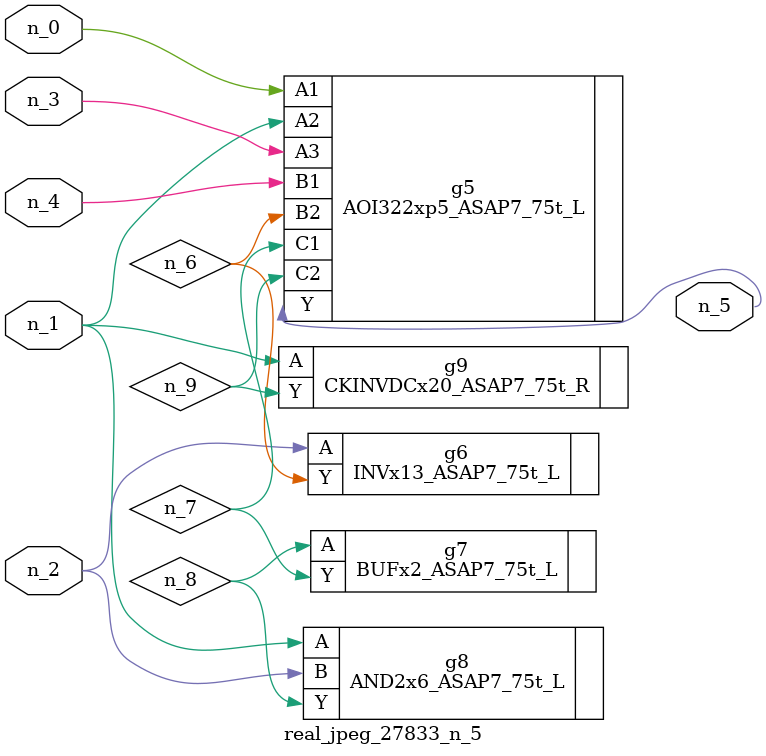
<source format=v>
module real_jpeg_27833_n_5 (n_4, n_0, n_1, n_2, n_3, n_5);

input n_4;
input n_0;
input n_1;
input n_2;
input n_3;

output n_5;

wire n_8;
wire n_6;
wire n_7;
wire n_9;

AOI322xp5_ASAP7_75t_L g5 ( 
.A1(n_0),
.A2(n_1),
.A3(n_3),
.B1(n_4),
.B2(n_6),
.C1(n_7),
.C2(n_9),
.Y(n_5)
);

AND2x6_ASAP7_75t_L g8 ( 
.A(n_1),
.B(n_2),
.Y(n_8)
);

CKINVDCx20_ASAP7_75t_R g9 ( 
.A(n_1),
.Y(n_9)
);

INVx13_ASAP7_75t_L g6 ( 
.A(n_2),
.Y(n_6)
);

BUFx2_ASAP7_75t_L g7 ( 
.A(n_8),
.Y(n_7)
);


endmodule
</source>
